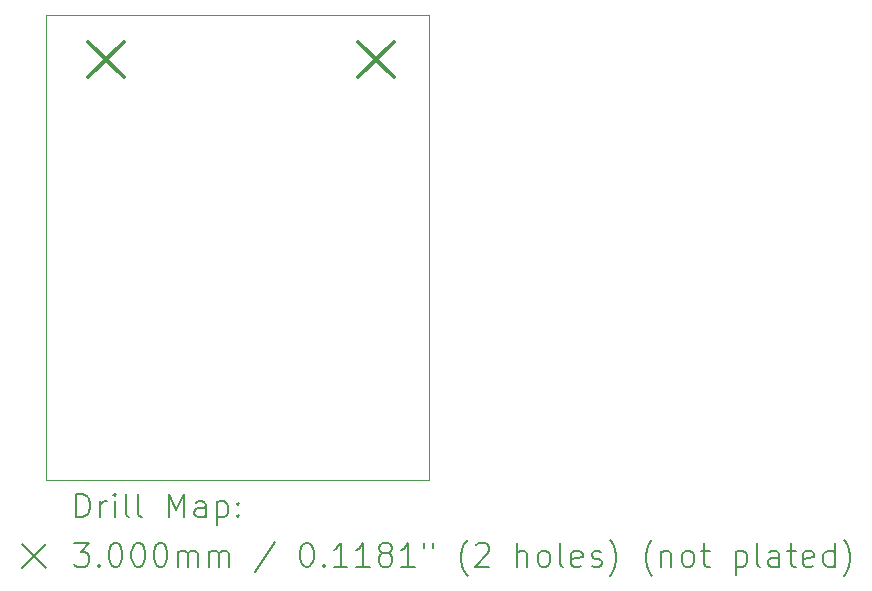
<source format=gbr>
%TF.GenerationSoftware,KiCad,Pcbnew,7.0.8*%
%TF.CreationDate,2023-11-30T20:00:33+00:00*%
%TF.ProjectId,thermo_module,74686572-6d6f-45f6-9d6f-64756c652e6b,rev?*%
%TF.SameCoordinates,Original*%
%TF.FileFunction,Drillmap*%
%TF.FilePolarity,Positive*%
%FSLAX45Y45*%
G04 Gerber Fmt 4.5, Leading zero omitted, Abs format (unit mm)*
G04 Created by KiCad (PCBNEW 7.0.8) date 2023-11-30 20:00:33*
%MOMM*%
%LPD*%
G01*
G04 APERTURE LIST*
%ADD10C,0.100000*%
%ADD11C,0.200000*%
%ADD12C,0.300000*%
G04 APERTURE END LIST*
D10*
X13620750Y-4508500D02*
X16859250Y-4508500D01*
X16859250Y-8445500D01*
X13620750Y-8445500D01*
X13620750Y-4508500D01*
D11*
D12*
X13978750Y-4739500D02*
X14278750Y-5039500D01*
X14278750Y-4739500D02*
X13978750Y-5039500D01*
X16264750Y-4739500D02*
X16564750Y-5039500D01*
X16564750Y-4739500D02*
X16264750Y-5039500D01*
D11*
X13876527Y-8761984D02*
X13876527Y-8561984D01*
X13876527Y-8561984D02*
X13924146Y-8561984D01*
X13924146Y-8561984D02*
X13952717Y-8571508D01*
X13952717Y-8571508D02*
X13971765Y-8590555D01*
X13971765Y-8590555D02*
X13981289Y-8609603D01*
X13981289Y-8609603D02*
X13990812Y-8647698D01*
X13990812Y-8647698D02*
X13990812Y-8676270D01*
X13990812Y-8676270D02*
X13981289Y-8714365D01*
X13981289Y-8714365D02*
X13971765Y-8733412D01*
X13971765Y-8733412D02*
X13952717Y-8752460D01*
X13952717Y-8752460D02*
X13924146Y-8761984D01*
X13924146Y-8761984D02*
X13876527Y-8761984D01*
X14076527Y-8761984D02*
X14076527Y-8628650D01*
X14076527Y-8666746D02*
X14086051Y-8647698D01*
X14086051Y-8647698D02*
X14095574Y-8638174D01*
X14095574Y-8638174D02*
X14114622Y-8628650D01*
X14114622Y-8628650D02*
X14133670Y-8628650D01*
X14200336Y-8761984D02*
X14200336Y-8628650D01*
X14200336Y-8561984D02*
X14190812Y-8571508D01*
X14190812Y-8571508D02*
X14200336Y-8581031D01*
X14200336Y-8581031D02*
X14209860Y-8571508D01*
X14209860Y-8571508D02*
X14200336Y-8561984D01*
X14200336Y-8561984D02*
X14200336Y-8581031D01*
X14324146Y-8761984D02*
X14305098Y-8752460D01*
X14305098Y-8752460D02*
X14295574Y-8733412D01*
X14295574Y-8733412D02*
X14295574Y-8561984D01*
X14428908Y-8761984D02*
X14409860Y-8752460D01*
X14409860Y-8752460D02*
X14400336Y-8733412D01*
X14400336Y-8733412D02*
X14400336Y-8561984D01*
X14657479Y-8761984D02*
X14657479Y-8561984D01*
X14657479Y-8561984D02*
X14724146Y-8704841D01*
X14724146Y-8704841D02*
X14790812Y-8561984D01*
X14790812Y-8561984D02*
X14790812Y-8761984D01*
X14971765Y-8761984D02*
X14971765Y-8657222D01*
X14971765Y-8657222D02*
X14962241Y-8638174D01*
X14962241Y-8638174D02*
X14943193Y-8628650D01*
X14943193Y-8628650D02*
X14905098Y-8628650D01*
X14905098Y-8628650D02*
X14886051Y-8638174D01*
X14971765Y-8752460D02*
X14952717Y-8761984D01*
X14952717Y-8761984D02*
X14905098Y-8761984D01*
X14905098Y-8761984D02*
X14886051Y-8752460D01*
X14886051Y-8752460D02*
X14876527Y-8733412D01*
X14876527Y-8733412D02*
X14876527Y-8714365D01*
X14876527Y-8714365D02*
X14886051Y-8695317D01*
X14886051Y-8695317D02*
X14905098Y-8685793D01*
X14905098Y-8685793D02*
X14952717Y-8685793D01*
X14952717Y-8685793D02*
X14971765Y-8676270D01*
X15067003Y-8628650D02*
X15067003Y-8828650D01*
X15067003Y-8638174D02*
X15086051Y-8628650D01*
X15086051Y-8628650D02*
X15124146Y-8628650D01*
X15124146Y-8628650D02*
X15143193Y-8638174D01*
X15143193Y-8638174D02*
X15152717Y-8647698D01*
X15152717Y-8647698D02*
X15162241Y-8666746D01*
X15162241Y-8666746D02*
X15162241Y-8723889D01*
X15162241Y-8723889D02*
X15152717Y-8742936D01*
X15152717Y-8742936D02*
X15143193Y-8752460D01*
X15143193Y-8752460D02*
X15124146Y-8761984D01*
X15124146Y-8761984D02*
X15086051Y-8761984D01*
X15086051Y-8761984D02*
X15067003Y-8752460D01*
X15247955Y-8742936D02*
X15257479Y-8752460D01*
X15257479Y-8752460D02*
X15247955Y-8761984D01*
X15247955Y-8761984D02*
X15238432Y-8752460D01*
X15238432Y-8752460D02*
X15247955Y-8742936D01*
X15247955Y-8742936D02*
X15247955Y-8761984D01*
X15247955Y-8638174D02*
X15257479Y-8647698D01*
X15257479Y-8647698D02*
X15247955Y-8657222D01*
X15247955Y-8657222D02*
X15238432Y-8647698D01*
X15238432Y-8647698D02*
X15247955Y-8638174D01*
X15247955Y-8638174D02*
X15247955Y-8657222D01*
X13415750Y-8990500D02*
X13615750Y-9190500D01*
X13615750Y-8990500D02*
X13415750Y-9190500D01*
X13857479Y-8981984D02*
X13981289Y-8981984D01*
X13981289Y-8981984D02*
X13914622Y-9058174D01*
X13914622Y-9058174D02*
X13943193Y-9058174D01*
X13943193Y-9058174D02*
X13962241Y-9067698D01*
X13962241Y-9067698D02*
X13971765Y-9077222D01*
X13971765Y-9077222D02*
X13981289Y-9096270D01*
X13981289Y-9096270D02*
X13981289Y-9143889D01*
X13981289Y-9143889D02*
X13971765Y-9162936D01*
X13971765Y-9162936D02*
X13962241Y-9172460D01*
X13962241Y-9172460D02*
X13943193Y-9181984D01*
X13943193Y-9181984D02*
X13886051Y-9181984D01*
X13886051Y-9181984D02*
X13867003Y-9172460D01*
X13867003Y-9172460D02*
X13857479Y-9162936D01*
X14067003Y-9162936D02*
X14076527Y-9172460D01*
X14076527Y-9172460D02*
X14067003Y-9181984D01*
X14067003Y-9181984D02*
X14057479Y-9172460D01*
X14057479Y-9172460D02*
X14067003Y-9162936D01*
X14067003Y-9162936D02*
X14067003Y-9181984D01*
X14200336Y-8981984D02*
X14219384Y-8981984D01*
X14219384Y-8981984D02*
X14238432Y-8991508D01*
X14238432Y-8991508D02*
X14247955Y-9001031D01*
X14247955Y-9001031D02*
X14257479Y-9020079D01*
X14257479Y-9020079D02*
X14267003Y-9058174D01*
X14267003Y-9058174D02*
X14267003Y-9105793D01*
X14267003Y-9105793D02*
X14257479Y-9143889D01*
X14257479Y-9143889D02*
X14247955Y-9162936D01*
X14247955Y-9162936D02*
X14238432Y-9172460D01*
X14238432Y-9172460D02*
X14219384Y-9181984D01*
X14219384Y-9181984D02*
X14200336Y-9181984D01*
X14200336Y-9181984D02*
X14181289Y-9172460D01*
X14181289Y-9172460D02*
X14171765Y-9162936D01*
X14171765Y-9162936D02*
X14162241Y-9143889D01*
X14162241Y-9143889D02*
X14152717Y-9105793D01*
X14152717Y-9105793D02*
X14152717Y-9058174D01*
X14152717Y-9058174D02*
X14162241Y-9020079D01*
X14162241Y-9020079D02*
X14171765Y-9001031D01*
X14171765Y-9001031D02*
X14181289Y-8991508D01*
X14181289Y-8991508D02*
X14200336Y-8981984D01*
X14390812Y-8981984D02*
X14409860Y-8981984D01*
X14409860Y-8981984D02*
X14428908Y-8991508D01*
X14428908Y-8991508D02*
X14438432Y-9001031D01*
X14438432Y-9001031D02*
X14447955Y-9020079D01*
X14447955Y-9020079D02*
X14457479Y-9058174D01*
X14457479Y-9058174D02*
X14457479Y-9105793D01*
X14457479Y-9105793D02*
X14447955Y-9143889D01*
X14447955Y-9143889D02*
X14438432Y-9162936D01*
X14438432Y-9162936D02*
X14428908Y-9172460D01*
X14428908Y-9172460D02*
X14409860Y-9181984D01*
X14409860Y-9181984D02*
X14390812Y-9181984D01*
X14390812Y-9181984D02*
X14371765Y-9172460D01*
X14371765Y-9172460D02*
X14362241Y-9162936D01*
X14362241Y-9162936D02*
X14352717Y-9143889D01*
X14352717Y-9143889D02*
X14343193Y-9105793D01*
X14343193Y-9105793D02*
X14343193Y-9058174D01*
X14343193Y-9058174D02*
X14352717Y-9020079D01*
X14352717Y-9020079D02*
X14362241Y-9001031D01*
X14362241Y-9001031D02*
X14371765Y-8991508D01*
X14371765Y-8991508D02*
X14390812Y-8981984D01*
X14581289Y-8981984D02*
X14600336Y-8981984D01*
X14600336Y-8981984D02*
X14619384Y-8991508D01*
X14619384Y-8991508D02*
X14628908Y-9001031D01*
X14628908Y-9001031D02*
X14638432Y-9020079D01*
X14638432Y-9020079D02*
X14647955Y-9058174D01*
X14647955Y-9058174D02*
X14647955Y-9105793D01*
X14647955Y-9105793D02*
X14638432Y-9143889D01*
X14638432Y-9143889D02*
X14628908Y-9162936D01*
X14628908Y-9162936D02*
X14619384Y-9172460D01*
X14619384Y-9172460D02*
X14600336Y-9181984D01*
X14600336Y-9181984D02*
X14581289Y-9181984D01*
X14581289Y-9181984D02*
X14562241Y-9172460D01*
X14562241Y-9172460D02*
X14552717Y-9162936D01*
X14552717Y-9162936D02*
X14543193Y-9143889D01*
X14543193Y-9143889D02*
X14533670Y-9105793D01*
X14533670Y-9105793D02*
X14533670Y-9058174D01*
X14533670Y-9058174D02*
X14543193Y-9020079D01*
X14543193Y-9020079D02*
X14552717Y-9001031D01*
X14552717Y-9001031D02*
X14562241Y-8991508D01*
X14562241Y-8991508D02*
X14581289Y-8981984D01*
X14733670Y-9181984D02*
X14733670Y-9048650D01*
X14733670Y-9067698D02*
X14743193Y-9058174D01*
X14743193Y-9058174D02*
X14762241Y-9048650D01*
X14762241Y-9048650D02*
X14790813Y-9048650D01*
X14790813Y-9048650D02*
X14809860Y-9058174D01*
X14809860Y-9058174D02*
X14819384Y-9077222D01*
X14819384Y-9077222D02*
X14819384Y-9181984D01*
X14819384Y-9077222D02*
X14828908Y-9058174D01*
X14828908Y-9058174D02*
X14847955Y-9048650D01*
X14847955Y-9048650D02*
X14876527Y-9048650D01*
X14876527Y-9048650D02*
X14895574Y-9058174D01*
X14895574Y-9058174D02*
X14905098Y-9077222D01*
X14905098Y-9077222D02*
X14905098Y-9181984D01*
X15000336Y-9181984D02*
X15000336Y-9048650D01*
X15000336Y-9067698D02*
X15009860Y-9058174D01*
X15009860Y-9058174D02*
X15028908Y-9048650D01*
X15028908Y-9048650D02*
X15057479Y-9048650D01*
X15057479Y-9048650D02*
X15076527Y-9058174D01*
X15076527Y-9058174D02*
X15086051Y-9077222D01*
X15086051Y-9077222D02*
X15086051Y-9181984D01*
X15086051Y-9077222D02*
X15095574Y-9058174D01*
X15095574Y-9058174D02*
X15114622Y-9048650D01*
X15114622Y-9048650D02*
X15143193Y-9048650D01*
X15143193Y-9048650D02*
X15162241Y-9058174D01*
X15162241Y-9058174D02*
X15171765Y-9077222D01*
X15171765Y-9077222D02*
X15171765Y-9181984D01*
X15562241Y-8972460D02*
X15390813Y-9229603D01*
X15819384Y-8981984D02*
X15838432Y-8981984D01*
X15838432Y-8981984D02*
X15857479Y-8991508D01*
X15857479Y-8991508D02*
X15867003Y-9001031D01*
X15867003Y-9001031D02*
X15876527Y-9020079D01*
X15876527Y-9020079D02*
X15886051Y-9058174D01*
X15886051Y-9058174D02*
X15886051Y-9105793D01*
X15886051Y-9105793D02*
X15876527Y-9143889D01*
X15876527Y-9143889D02*
X15867003Y-9162936D01*
X15867003Y-9162936D02*
X15857479Y-9172460D01*
X15857479Y-9172460D02*
X15838432Y-9181984D01*
X15838432Y-9181984D02*
X15819384Y-9181984D01*
X15819384Y-9181984D02*
X15800336Y-9172460D01*
X15800336Y-9172460D02*
X15790813Y-9162936D01*
X15790813Y-9162936D02*
X15781289Y-9143889D01*
X15781289Y-9143889D02*
X15771765Y-9105793D01*
X15771765Y-9105793D02*
X15771765Y-9058174D01*
X15771765Y-9058174D02*
X15781289Y-9020079D01*
X15781289Y-9020079D02*
X15790813Y-9001031D01*
X15790813Y-9001031D02*
X15800336Y-8991508D01*
X15800336Y-8991508D02*
X15819384Y-8981984D01*
X15971765Y-9162936D02*
X15981289Y-9172460D01*
X15981289Y-9172460D02*
X15971765Y-9181984D01*
X15971765Y-9181984D02*
X15962241Y-9172460D01*
X15962241Y-9172460D02*
X15971765Y-9162936D01*
X15971765Y-9162936D02*
X15971765Y-9181984D01*
X16171765Y-9181984D02*
X16057479Y-9181984D01*
X16114622Y-9181984D02*
X16114622Y-8981984D01*
X16114622Y-8981984D02*
X16095575Y-9010555D01*
X16095575Y-9010555D02*
X16076527Y-9029603D01*
X16076527Y-9029603D02*
X16057479Y-9039127D01*
X16362241Y-9181984D02*
X16247956Y-9181984D01*
X16305098Y-9181984D02*
X16305098Y-8981984D01*
X16305098Y-8981984D02*
X16286051Y-9010555D01*
X16286051Y-9010555D02*
X16267003Y-9029603D01*
X16267003Y-9029603D02*
X16247956Y-9039127D01*
X16476527Y-9067698D02*
X16457479Y-9058174D01*
X16457479Y-9058174D02*
X16447956Y-9048650D01*
X16447956Y-9048650D02*
X16438432Y-9029603D01*
X16438432Y-9029603D02*
X16438432Y-9020079D01*
X16438432Y-9020079D02*
X16447956Y-9001031D01*
X16447956Y-9001031D02*
X16457479Y-8991508D01*
X16457479Y-8991508D02*
X16476527Y-8981984D01*
X16476527Y-8981984D02*
X16514622Y-8981984D01*
X16514622Y-8981984D02*
X16533670Y-8991508D01*
X16533670Y-8991508D02*
X16543194Y-9001031D01*
X16543194Y-9001031D02*
X16552717Y-9020079D01*
X16552717Y-9020079D02*
X16552717Y-9029603D01*
X16552717Y-9029603D02*
X16543194Y-9048650D01*
X16543194Y-9048650D02*
X16533670Y-9058174D01*
X16533670Y-9058174D02*
X16514622Y-9067698D01*
X16514622Y-9067698D02*
X16476527Y-9067698D01*
X16476527Y-9067698D02*
X16457479Y-9077222D01*
X16457479Y-9077222D02*
X16447956Y-9086746D01*
X16447956Y-9086746D02*
X16438432Y-9105793D01*
X16438432Y-9105793D02*
X16438432Y-9143889D01*
X16438432Y-9143889D02*
X16447956Y-9162936D01*
X16447956Y-9162936D02*
X16457479Y-9172460D01*
X16457479Y-9172460D02*
X16476527Y-9181984D01*
X16476527Y-9181984D02*
X16514622Y-9181984D01*
X16514622Y-9181984D02*
X16533670Y-9172460D01*
X16533670Y-9172460D02*
X16543194Y-9162936D01*
X16543194Y-9162936D02*
X16552717Y-9143889D01*
X16552717Y-9143889D02*
X16552717Y-9105793D01*
X16552717Y-9105793D02*
X16543194Y-9086746D01*
X16543194Y-9086746D02*
X16533670Y-9077222D01*
X16533670Y-9077222D02*
X16514622Y-9067698D01*
X16743194Y-9181984D02*
X16628908Y-9181984D01*
X16686051Y-9181984D02*
X16686051Y-8981984D01*
X16686051Y-8981984D02*
X16667003Y-9010555D01*
X16667003Y-9010555D02*
X16647956Y-9029603D01*
X16647956Y-9029603D02*
X16628908Y-9039127D01*
X16819384Y-8981984D02*
X16819384Y-9020079D01*
X16895575Y-8981984D02*
X16895575Y-9020079D01*
X17190813Y-9258174D02*
X17181289Y-9248650D01*
X17181289Y-9248650D02*
X17162241Y-9220079D01*
X17162241Y-9220079D02*
X17152718Y-9201031D01*
X17152718Y-9201031D02*
X17143194Y-9172460D01*
X17143194Y-9172460D02*
X17133670Y-9124841D01*
X17133670Y-9124841D02*
X17133670Y-9086746D01*
X17133670Y-9086746D02*
X17143194Y-9039127D01*
X17143194Y-9039127D02*
X17152718Y-9010555D01*
X17152718Y-9010555D02*
X17162241Y-8991508D01*
X17162241Y-8991508D02*
X17181289Y-8962936D01*
X17181289Y-8962936D02*
X17190813Y-8953412D01*
X17257480Y-9001031D02*
X17267003Y-8991508D01*
X17267003Y-8991508D02*
X17286051Y-8981984D01*
X17286051Y-8981984D02*
X17333670Y-8981984D01*
X17333670Y-8981984D02*
X17352718Y-8991508D01*
X17352718Y-8991508D02*
X17362241Y-9001031D01*
X17362241Y-9001031D02*
X17371765Y-9020079D01*
X17371765Y-9020079D02*
X17371765Y-9039127D01*
X17371765Y-9039127D02*
X17362241Y-9067698D01*
X17362241Y-9067698D02*
X17247956Y-9181984D01*
X17247956Y-9181984D02*
X17371765Y-9181984D01*
X17609861Y-9181984D02*
X17609861Y-8981984D01*
X17695575Y-9181984D02*
X17695575Y-9077222D01*
X17695575Y-9077222D02*
X17686051Y-9058174D01*
X17686051Y-9058174D02*
X17667003Y-9048650D01*
X17667003Y-9048650D02*
X17638432Y-9048650D01*
X17638432Y-9048650D02*
X17619384Y-9058174D01*
X17619384Y-9058174D02*
X17609861Y-9067698D01*
X17819384Y-9181984D02*
X17800337Y-9172460D01*
X17800337Y-9172460D02*
X17790813Y-9162936D01*
X17790813Y-9162936D02*
X17781289Y-9143889D01*
X17781289Y-9143889D02*
X17781289Y-9086746D01*
X17781289Y-9086746D02*
X17790813Y-9067698D01*
X17790813Y-9067698D02*
X17800337Y-9058174D01*
X17800337Y-9058174D02*
X17819384Y-9048650D01*
X17819384Y-9048650D02*
X17847956Y-9048650D01*
X17847956Y-9048650D02*
X17867003Y-9058174D01*
X17867003Y-9058174D02*
X17876527Y-9067698D01*
X17876527Y-9067698D02*
X17886051Y-9086746D01*
X17886051Y-9086746D02*
X17886051Y-9143889D01*
X17886051Y-9143889D02*
X17876527Y-9162936D01*
X17876527Y-9162936D02*
X17867003Y-9172460D01*
X17867003Y-9172460D02*
X17847956Y-9181984D01*
X17847956Y-9181984D02*
X17819384Y-9181984D01*
X18000337Y-9181984D02*
X17981289Y-9172460D01*
X17981289Y-9172460D02*
X17971765Y-9153412D01*
X17971765Y-9153412D02*
X17971765Y-8981984D01*
X18152718Y-9172460D02*
X18133670Y-9181984D01*
X18133670Y-9181984D02*
X18095575Y-9181984D01*
X18095575Y-9181984D02*
X18076527Y-9172460D01*
X18076527Y-9172460D02*
X18067003Y-9153412D01*
X18067003Y-9153412D02*
X18067003Y-9077222D01*
X18067003Y-9077222D02*
X18076527Y-9058174D01*
X18076527Y-9058174D02*
X18095575Y-9048650D01*
X18095575Y-9048650D02*
X18133670Y-9048650D01*
X18133670Y-9048650D02*
X18152718Y-9058174D01*
X18152718Y-9058174D02*
X18162242Y-9077222D01*
X18162242Y-9077222D02*
X18162242Y-9096270D01*
X18162242Y-9096270D02*
X18067003Y-9115317D01*
X18238432Y-9172460D02*
X18257480Y-9181984D01*
X18257480Y-9181984D02*
X18295575Y-9181984D01*
X18295575Y-9181984D02*
X18314623Y-9172460D01*
X18314623Y-9172460D02*
X18324146Y-9153412D01*
X18324146Y-9153412D02*
X18324146Y-9143889D01*
X18324146Y-9143889D02*
X18314623Y-9124841D01*
X18314623Y-9124841D02*
X18295575Y-9115317D01*
X18295575Y-9115317D02*
X18267003Y-9115317D01*
X18267003Y-9115317D02*
X18247956Y-9105793D01*
X18247956Y-9105793D02*
X18238432Y-9086746D01*
X18238432Y-9086746D02*
X18238432Y-9077222D01*
X18238432Y-9077222D02*
X18247956Y-9058174D01*
X18247956Y-9058174D02*
X18267003Y-9048650D01*
X18267003Y-9048650D02*
X18295575Y-9048650D01*
X18295575Y-9048650D02*
X18314623Y-9058174D01*
X18390813Y-9258174D02*
X18400337Y-9248650D01*
X18400337Y-9248650D02*
X18419384Y-9220079D01*
X18419384Y-9220079D02*
X18428908Y-9201031D01*
X18428908Y-9201031D02*
X18438432Y-9172460D01*
X18438432Y-9172460D02*
X18447956Y-9124841D01*
X18447956Y-9124841D02*
X18447956Y-9086746D01*
X18447956Y-9086746D02*
X18438432Y-9039127D01*
X18438432Y-9039127D02*
X18428908Y-9010555D01*
X18428908Y-9010555D02*
X18419384Y-8991508D01*
X18419384Y-8991508D02*
X18400337Y-8962936D01*
X18400337Y-8962936D02*
X18390813Y-8953412D01*
X18752718Y-9258174D02*
X18743194Y-9248650D01*
X18743194Y-9248650D02*
X18724146Y-9220079D01*
X18724146Y-9220079D02*
X18714623Y-9201031D01*
X18714623Y-9201031D02*
X18705099Y-9172460D01*
X18705099Y-9172460D02*
X18695575Y-9124841D01*
X18695575Y-9124841D02*
X18695575Y-9086746D01*
X18695575Y-9086746D02*
X18705099Y-9039127D01*
X18705099Y-9039127D02*
X18714623Y-9010555D01*
X18714623Y-9010555D02*
X18724146Y-8991508D01*
X18724146Y-8991508D02*
X18743194Y-8962936D01*
X18743194Y-8962936D02*
X18752718Y-8953412D01*
X18828908Y-9048650D02*
X18828908Y-9181984D01*
X18828908Y-9067698D02*
X18838432Y-9058174D01*
X18838432Y-9058174D02*
X18857480Y-9048650D01*
X18857480Y-9048650D02*
X18886051Y-9048650D01*
X18886051Y-9048650D02*
X18905099Y-9058174D01*
X18905099Y-9058174D02*
X18914623Y-9077222D01*
X18914623Y-9077222D02*
X18914623Y-9181984D01*
X19038432Y-9181984D02*
X19019384Y-9172460D01*
X19019384Y-9172460D02*
X19009861Y-9162936D01*
X19009861Y-9162936D02*
X19000337Y-9143889D01*
X19000337Y-9143889D02*
X19000337Y-9086746D01*
X19000337Y-9086746D02*
X19009861Y-9067698D01*
X19009861Y-9067698D02*
X19019384Y-9058174D01*
X19019384Y-9058174D02*
X19038432Y-9048650D01*
X19038432Y-9048650D02*
X19067004Y-9048650D01*
X19067004Y-9048650D02*
X19086051Y-9058174D01*
X19086051Y-9058174D02*
X19095575Y-9067698D01*
X19095575Y-9067698D02*
X19105099Y-9086746D01*
X19105099Y-9086746D02*
X19105099Y-9143889D01*
X19105099Y-9143889D02*
X19095575Y-9162936D01*
X19095575Y-9162936D02*
X19086051Y-9172460D01*
X19086051Y-9172460D02*
X19067004Y-9181984D01*
X19067004Y-9181984D02*
X19038432Y-9181984D01*
X19162242Y-9048650D02*
X19238432Y-9048650D01*
X19190813Y-8981984D02*
X19190813Y-9153412D01*
X19190813Y-9153412D02*
X19200337Y-9172460D01*
X19200337Y-9172460D02*
X19219384Y-9181984D01*
X19219384Y-9181984D02*
X19238432Y-9181984D01*
X19457480Y-9048650D02*
X19457480Y-9248650D01*
X19457480Y-9058174D02*
X19476527Y-9048650D01*
X19476527Y-9048650D02*
X19514623Y-9048650D01*
X19514623Y-9048650D02*
X19533670Y-9058174D01*
X19533670Y-9058174D02*
X19543194Y-9067698D01*
X19543194Y-9067698D02*
X19552718Y-9086746D01*
X19552718Y-9086746D02*
X19552718Y-9143889D01*
X19552718Y-9143889D02*
X19543194Y-9162936D01*
X19543194Y-9162936D02*
X19533670Y-9172460D01*
X19533670Y-9172460D02*
X19514623Y-9181984D01*
X19514623Y-9181984D02*
X19476527Y-9181984D01*
X19476527Y-9181984D02*
X19457480Y-9172460D01*
X19667004Y-9181984D02*
X19647956Y-9172460D01*
X19647956Y-9172460D02*
X19638432Y-9153412D01*
X19638432Y-9153412D02*
X19638432Y-8981984D01*
X19828908Y-9181984D02*
X19828908Y-9077222D01*
X19828908Y-9077222D02*
X19819385Y-9058174D01*
X19819385Y-9058174D02*
X19800337Y-9048650D01*
X19800337Y-9048650D02*
X19762242Y-9048650D01*
X19762242Y-9048650D02*
X19743194Y-9058174D01*
X19828908Y-9172460D02*
X19809861Y-9181984D01*
X19809861Y-9181984D02*
X19762242Y-9181984D01*
X19762242Y-9181984D02*
X19743194Y-9172460D01*
X19743194Y-9172460D02*
X19733670Y-9153412D01*
X19733670Y-9153412D02*
X19733670Y-9134365D01*
X19733670Y-9134365D02*
X19743194Y-9115317D01*
X19743194Y-9115317D02*
X19762242Y-9105793D01*
X19762242Y-9105793D02*
X19809861Y-9105793D01*
X19809861Y-9105793D02*
X19828908Y-9096270D01*
X19895575Y-9048650D02*
X19971765Y-9048650D01*
X19924146Y-8981984D02*
X19924146Y-9153412D01*
X19924146Y-9153412D02*
X19933670Y-9172460D01*
X19933670Y-9172460D02*
X19952718Y-9181984D01*
X19952718Y-9181984D02*
X19971765Y-9181984D01*
X20114623Y-9172460D02*
X20095575Y-9181984D01*
X20095575Y-9181984D02*
X20057480Y-9181984D01*
X20057480Y-9181984D02*
X20038432Y-9172460D01*
X20038432Y-9172460D02*
X20028908Y-9153412D01*
X20028908Y-9153412D02*
X20028908Y-9077222D01*
X20028908Y-9077222D02*
X20038432Y-9058174D01*
X20038432Y-9058174D02*
X20057480Y-9048650D01*
X20057480Y-9048650D02*
X20095575Y-9048650D01*
X20095575Y-9048650D02*
X20114623Y-9058174D01*
X20114623Y-9058174D02*
X20124146Y-9077222D01*
X20124146Y-9077222D02*
X20124146Y-9096270D01*
X20124146Y-9096270D02*
X20028908Y-9115317D01*
X20295575Y-9181984D02*
X20295575Y-8981984D01*
X20295575Y-9172460D02*
X20276527Y-9181984D01*
X20276527Y-9181984D02*
X20238432Y-9181984D01*
X20238432Y-9181984D02*
X20219385Y-9172460D01*
X20219385Y-9172460D02*
X20209861Y-9162936D01*
X20209861Y-9162936D02*
X20200337Y-9143889D01*
X20200337Y-9143889D02*
X20200337Y-9086746D01*
X20200337Y-9086746D02*
X20209861Y-9067698D01*
X20209861Y-9067698D02*
X20219385Y-9058174D01*
X20219385Y-9058174D02*
X20238432Y-9048650D01*
X20238432Y-9048650D02*
X20276527Y-9048650D01*
X20276527Y-9048650D02*
X20295575Y-9058174D01*
X20371766Y-9258174D02*
X20381289Y-9248650D01*
X20381289Y-9248650D02*
X20400337Y-9220079D01*
X20400337Y-9220079D02*
X20409861Y-9201031D01*
X20409861Y-9201031D02*
X20419385Y-9172460D01*
X20419385Y-9172460D02*
X20428908Y-9124841D01*
X20428908Y-9124841D02*
X20428908Y-9086746D01*
X20428908Y-9086746D02*
X20419385Y-9039127D01*
X20419385Y-9039127D02*
X20409861Y-9010555D01*
X20409861Y-9010555D02*
X20400337Y-8991508D01*
X20400337Y-8991508D02*
X20381289Y-8962936D01*
X20381289Y-8962936D02*
X20371766Y-8953412D01*
M02*

</source>
